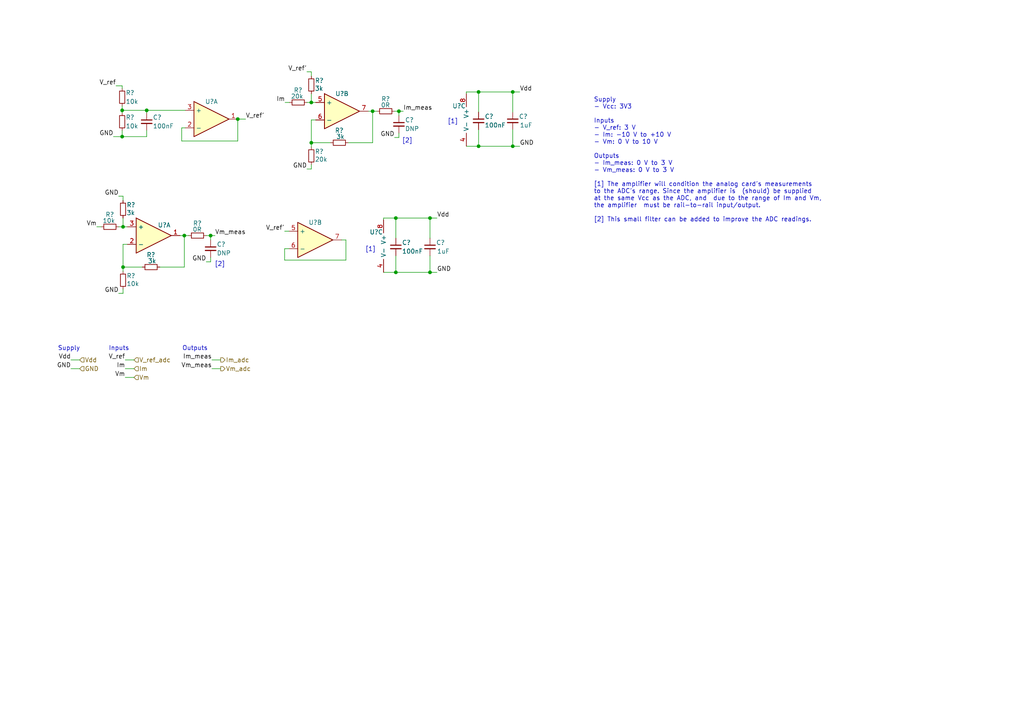
<source format=kicad_sch>
(kicad_sch (version 20211123) (generator eeschema)
  (paper "A4")
  (lib_symbols
    (symbol "Device:C_Small" (pin_numbers hide) (pin_names (offset 0.254) hide)
      (property "Reference" "C" (at 0.254 1.778 0))
      (property "Value" "C_Small" (at 0.254 -2.032 0))
      (symbol "C_Small_0_1"
        (polyline (pts (xy -1.524 -0.508) (xy 1.524 -0.508)) (stroke (width 0.3302)))
        (polyline (pts (xy -1.524 0.508) (xy 1.524 0.508)) (stroke (width 0.3048)))
      )
      (symbol "C_Small_1_1"
        (pin passive line (at 0 2.54 270) (length 2.032) (name "~") (number "1"))
        (pin passive line (at 0 -2.54 90) (length 2.032) (name "~") (number "2"))
      )
    )
    (symbol "Device:Opamp_Dual"
      (property "Reference" "U" (at 0 5.08 0))
      (property "Value" "Opamp_Dual" (at 0 -5.08 0))
      (symbol "Opamp_Dual_1_1"
        (polyline (pts (xy -5.08 5.08) (xy 5.08 0) (xy -5.08 -5.08) (xy -5.08 5.08)) (stroke (width 0.254)) (fill (type background)))
        (pin output line (at 7.62 0 180) (length 2.54) (name "~") (number "1"))
        (pin input line (at -7.62 -2.54 0) (length 2.54) (name "-") (number "2"))
        (pin input line (at -7.62 2.54 0) (length 2.54) (name "+") (number "3"))
      )
      (symbol "Opamp_Dual_2_1"
        (polyline (pts (xy -5.08 5.08) (xy 5.08 0) (xy -5.08 -5.08) (xy -5.08 5.08)) (stroke (width 0.254)) (fill (type background)))
        (pin input line (at -7.62 2.54 0) (length 2.54) (name "+") (number "5"))
        (pin input line (at -7.62 -2.54 0) (length 2.54) (name "-") (number "6"))
        (pin output line (at 7.62 0 180) (length 2.54) (name "~") (number "7"))
      )
      (symbol "Opamp_Dual_3_1"
        (pin power_in line (at -2.54 -7.62 90) (length 3.81) (name "V-") (number "4"))
        (pin power_in line (at -2.54 7.62 270) (length 3.81) (name "V+") (number "8"))
      )
    )
    (symbol "Device:R_Small" (pin_numbers hide) (pin_names (offset 0.254) hide)
      (property "Reference" "R" (at 0.762 0.508 0))
      (property "Value" "R_Small" (at 0.762 -1.016 0))
      (symbol "R_Small_0_1"
        (rectangle (start -0.762 1.778) (end 0.762 -1.778) (stroke (width 0.2032)))
      )
      (symbol "R_Small_1_1"
        (pin passive line (at 0 2.54 270) (length 0.762) (name "~") (number "1"))
        (pin passive line (at 0 -2.54 90) (length 0.762) (name "~") (number "2"))
      )
    )
  )
  (junction (at 108.077 32.258))
  (junction (at 114.808 63.246))
  (junction (at 115.697 32.258))
  (junction (at 90.297 41.402))
  (junction (at 53.467 68.326))
  (junction (at 138.811 26.67))
  (junction (at 90.297 29.718))
  (junction (at 61.087 68.326))
  (junction (at 35.687 65.786))
  (junction (at 114.808 78.994))
  (junction (at 124.714 78.994))
  (junction (at 148.717 26.67))
  (junction (at 68.961 34.544))
  (junction (at 148.717 42.418))
  (junction (at 35.433 39.624))
  (junction (at 35.687 77.47))
  (junction (at 138.811 42.418))
  (junction (at 35.433 32.004))
  (junction (at 124.714 63.246))
  (junction (at 42.545 32.004))
  (wire (pts (xy 114.808 78.994) (xy 111.252 78.994)))
  (wire (pts (xy 36.322 104.394) (xy 38.862 104.394)))
  (wire (pts (xy 89.027 20.828) (xy 90.297 20.828)))
  (wire (pts (xy 115.697 32.258) (xy 116.967 32.258)))
  (wire (pts (xy 20.574 104.394) (xy 23.114 104.394)))
  (wire (pts (xy 124.714 63.246) (xy 124.714 69.088)))
  (wire (pts (xy 52.705 40.894) (xy 68.961 40.894)))
  (wire (pts (xy 90.297 29.718) (xy 91.567 29.718)))
  (wire (pts (xy 61.087 68.326) (xy 62.357 68.326)))
  (wire (pts (xy 61.468 106.934) (xy 64.008 106.934)))
  (wire (pts (xy 41.275 77.47) (xy 35.687 77.47)))
  (wire (pts (xy 52.197 68.326) (xy 53.467 68.326)))
  (wire (pts (xy 148.717 37.592) (xy 148.717 42.418)))
  (wire (pts (xy 82.677 29.718) (xy 83.947 29.718)))
  (wire (pts (xy 148.717 42.418) (xy 138.811 42.418)))
  (wire (pts (xy 34.417 56.896) (xy 35.687 56.896)))
  (wire (pts (xy 138.811 26.67) (xy 148.717 26.67)))
  (wire (pts (xy 90.297 49.022) (xy 90.297 47.752)))
  (wire (pts (xy 82.55 75.438) (xy 100.33 75.438)))
  (wire (pts (xy 111.252 63.754) (xy 111.252 63.246)))
  (wire (pts (xy 34.417 85.09) (xy 35.687 85.09)))
  (wire (pts (xy 148.717 26.67) (xy 150.749 26.67)))
  (wire (pts (xy 59.817 75.946) (xy 61.087 75.946)))
  (wire (pts (xy 42.545 32.004) (xy 53.721 32.004)))
  (wire (pts (xy 95.885 41.402) (xy 90.297 41.402)))
  (wire (pts (xy 35.433 30.734) (xy 35.433 32.004)))
  (wire (pts (xy 36.322 109.474) (xy 38.862 109.474)))
  (wire (pts (xy 135.255 27.178) (xy 135.255 26.67)))
  (wire (pts (xy 35.433 32.004) (xy 35.433 32.766)))
  (wire (pts (xy 90.297 20.828) (xy 90.297 22.098)))
  (wire (pts (xy 124.714 74.168) (xy 124.714 78.994)))
  (wire (pts (xy 90.297 27.178) (xy 90.297 29.718)))
  (wire (pts (xy 68.961 40.894) (xy 68.961 34.544)))
  (wire (pts (xy 100.33 75.438) (xy 100.33 69.596)))
  (wire (pts (xy 108.077 41.402) (xy 100.965 41.402)))
  (wire (pts (xy 138.811 37.592) (xy 138.811 42.418)))
  (wire (pts (xy 52.705 37.084) (xy 53.721 37.084)))
  (wire (pts (xy 35.687 56.896) (xy 35.687 58.166)))
  (wire (pts (xy 89.027 29.718) (xy 90.297 29.718)))
  (wire (pts (xy 35.433 37.846) (xy 35.433 39.624)))
  (wire (pts (xy 114.808 63.246) (xy 124.714 63.246)))
  (wire (pts (xy 28.067 65.786) (xy 29.337 65.786)))
  (wire (pts (xy 42.545 37.846) (xy 42.545 39.624)))
  (wire (pts (xy 135.255 26.67) (xy 138.811 26.67)))
  (wire (pts (xy 114.427 39.878) (xy 115.697 39.878)))
  (wire (pts (xy 33.655 24.892) (xy 35.433 24.892)))
  (wire (pts (xy 114.808 63.246) (xy 114.808 69.088)))
  (wire (pts (xy 20.574 106.934) (xy 23.114 106.934)))
  (wire (pts (xy 100.33 69.596) (xy 99.06 69.596)))
  (wire (pts (xy 53.467 68.326) (xy 54.737 68.326)))
  (wire (pts (xy 124.714 78.994) (xy 126.746 78.994)))
  (wire (pts (xy 53.467 77.47) (xy 46.355 77.47)))
  (wire (pts (xy 42.545 32.004) (xy 42.545 32.766)))
  (wire (pts (xy 90.297 34.798) (xy 91.567 34.798)))
  (wire (pts (xy 138.811 26.67) (xy 138.811 32.512)))
  (wire (pts (xy 59.817 68.326) (xy 61.087 68.326)))
  (wire (pts (xy 61.468 104.394) (xy 64.008 104.394)))
  (wire (pts (xy 89.027 49.022) (xy 90.297 49.022)))
  (wire (pts (xy 90.297 41.402) (xy 90.297 42.672)))
  (wire (pts (xy 35.687 65.786) (xy 36.957 65.786)))
  (wire (pts (xy 114.808 74.168) (xy 114.808 78.994)))
  (wire (pts (xy 35.687 77.47) (xy 35.687 70.866)))
  (wire (pts (xy 52.705 40.894) (xy 52.705 37.084)))
  (wire (pts (xy 34.417 65.786) (xy 35.687 65.786)))
  (wire (pts (xy 108.077 32.258) (xy 109.347 32.258)))
  (wire (pts (xy 68.961 34.544) (xy 71.247 34.544)))
  (wire (pts (xy 90.297 41.402) (xy 90.297 34.798)))
  (wire (pts (xy 35.433 39.624) (xy 32.893 39.624)))
  (wire (pts (xy 35.687 63.246) (xy 35.687 65.786)))
  (wire (pts (xy 35.687 77.47) (xy 35.687 78.74)))
  (wire (pts (xy 124.714 78.994) (xy 114.808 78.994)))
  (wire (pts (xy 148.717 26.67) (xy 148.717 32.512)))
  (wire (pts (xy 35.687 70.866) (xy 36.957 70.866)))
  (wire (pts (xy 115.697 39.878) (xy 115.697 38.608)))
  (wire (pts (xy 108.077 32.258) (xy 108.077 41.402)))
  (wire (pts (xy 61.087 75.946) (xy 61.087 74.676)))
  (wire (pts (xy 115.697 32.258) (xy 115.697 33.528)))
  (wire (pts (xy 83.82 72.136) (xy 82.55 72.136)))
  (wire (pts (xy 111.252 63.246) (xy 114.808 63.246)))
  (wire (pts (xy 35.687 85.09) (xy 35.687 83.82)))
  (wire (pts (xy 148.717 42.418) (xy 150.749 42.418)))
  (wire (pts (xy 35.433 24.892) (xy 35.433 25.654)))
  (wire (pts (xy 35.433 39.624) (xy 42.545 39.624)))
  (wire (pts (xy 106.807 32.258) (xy 108.077 32.258)))
  (wire (pts (xy 138.811 42.418) (xy 135.255 42.418)))
  (wire (pts (xy 61.087 68.326) (xy 61.087 69.596)))
  (wire (pts (xy 53.467 68.326) (xy 53.467 77.47)))
  (wire (pts (xy 82.55 72.136) (xy 82.55 75.438)))
  (wire (pts (xy 35.433 32.004) (xy 42.545 32.004)))
  (wire (pts (xy 36.322 106.934) (xy 38.862 106.934)))
  (wire (pts (xy 124.714 63.246) (xy 126.746 63.246)))
  (wire (pts (xy 82.55 67.056) (xy 83.82 67.056)))
  (wire (pts (xy 114.427 32.258) (xy 115.697 32.258)))
  (text "[2]" (at 116.586 41.656 0) (effects (font (size 1.27 1.27)) (justify left bottom)))
  (text "Supply\n- Vcc: 3V3\n\nInputs\n- V_ref: 3 V\n- Im: -10 V to +10 V\n- Vm: 0 V to 10 V\n\nOutputs\n- Im_meas: 0 V to 3 V\n- Vm_meas: 0 V to 3 V\n\n[1] The amplifier will condition the analog card's measurements \nto the ADC's range. Since the amplifier is  (should) be supplied \nat the same Vcc as the ADC, and  due to the range of Im and Vm,\nthe amplifier  must be rail-to-rail input/output.\n\n[2] This small filter can be added to improve the ADC readings." (at 172.212 64.516 0) (effects (font (size 1.27 1.27)) (justify left bottom)))
  (text "[1]" (at 105.918 73.152 0) (effects (font (size 1.27 1.27)) (justify left bottom)))
  (text "[1]" (at 129.794 36.068 0) (effects (font (size 1.27 1.27)) (justify left bottom)))
  (text "Supply" (at 16.764 101.854 0) (effects (font (size 1.27 1.27)) (justify left bottom)))
  (text "Inputs" (at 31.496 101.854 0) (effects (font (size 1.27 1.27)) (justify left bottom)))
  (text "Outputs" (at 52.832 101.854 0) (effects (font (size 1.27 1.27)) (justify left bottom)))
  (text "[2]" (at 62.23 77.47 0) (effects (font (size 1.27 1.27)) (justify left bottom)))
  (label "GND" (at 32.893 39.624 180))
  (label "GND" (at 89.027 49.022 180))
  (label "Vm" (at 36.322 109.474 180))
  (label "V_ref" (at 33.655 24.892 180))
  (label "V_ref" (at 36.322 104.394 180))
  (label "Im" (at 36.322 106.934 180))
  (label "GND" (at 34.417 56.896 180))
  (label "Vm" (at 28.067 65.786 180))
  (label "GND" (at 114.427 39.878 180))
  (label "GND" (at 59.817 75.946 180))
  (label "V_ref'" (at 82.55 67.056 180))
  (label "GND" (at 20.574 106.934 180))
  (label "Vdd" (at 20.574 104.394 180))
  (label "V_ref'" (at 89.027 20.828 180))
  (label "Im" (at 82.677 29.718 180))
  (label "GND" (at 34.417 85.09 180))
  (label "Vdd" (at 150.749 26.67 0))
  (label "Im_meas" (at 116.967 32.258 0))
  (label "Vm_meas" (at 61.468 106.934 180))
  (label "GND" (at 126.746 78.994 0))
  (label "Vm_meas" (at 62.357 68.326 0))
  (label "GND" (at 150.749 42.418 0))
  (label "Im_meas" (at 61.468 104.394 180))
  (label "V_ref'" (at 71.247 34.544 0))
  (label "Vdd" (at 126.746 63.246 0))
  (hierarchical_label "Vdd" (shape input) (at 23.114 104.394 0))
  (hierarchical_label "Vm_adc" (shape output) (at 64.008 106.934 0))
  (hierarchical_label "Im_adc" (shape output) (at 64.008 104.394 0))
  (hierarchical_label "GND" (shape input) (at 23.114 106.934 0))
  (hierarchical_label "Im" (shape input) (at 38.862 106.934 0))
  (hierarchical_label "Vm" (shape input) (at 38.862 109.474 0))
  (hierarchical_label "V_ref_adc" (shape input) (at 38.862 104.394 0))
  (symbol (lib_id "Device:C_Small") (at 61.087 72.136 0) (unit 1)
    (property "Reference" "C?" (at 62.865 70.866 0) (effects (justify left)))
    (property "Value" "DNP" (at 62.865 73.406 0) (effects (justify left)))
    (property "Footprint" "Capacitor_SMD:C_0805_2012Metric" (effects hide))
  )
  (symbol (lib_id "Device:C_Small") (at 114.808 71.628 0) (unit 1)
    (property "Reference" "C?" (at 116.586 70.358 0) (effects (justify left)))
    (property "Value" "100nF" (at 116.586 72.898 0) (effects (justify left)))
    (property "Footprint" "Capacitor_SMD:C_0805_2012Metric" (effects hide))
  )
  (symbol (lib_id "Device:R_Small") (at 35.433 28.194 0) (unit 1)
    (property "Reference" "R?" (at 36.449 26.924 0) (effects (justify left)))
    (property "Value" "10k" (at 36.449 29.464 0) (effects (justify left)))
    (property "Footprint" "Resistor_SMD:R_0805_2012Metric" (effects hide))
  )
  (symbol (lib_id "Device:R_Small") (at 35.687 60.706 0) (unit 1)
    (property "Reference" "R?" (at 36.703 59.436 0) (effects (justify left)))
    (property "Value" "3k" (at 36.703 61.722 0) (effects (justify left)))
    (property "Footprint" "Resistor_SMD:R_0805_2012Metric" (effects hide))
  )
  (symbol (lib_id "Device:R_Small") (at 86.487 29.718 90) (mirror x) (unit 1)
    (property "Reference" "R?" (at 87.757 26.162 90) (effects (justify left)))
    (property "Value" "20k" (at 88.011 27.94 90) (effects (justify left)))
    (property "Footprint" "Resistor_SMD:R_0805_2012Metric" (effects hide))
  )
  (symbol (lib_id "Device:R_Small") (at 111.887 32.258 90) (mirror x) (unit 1)
    (property "Reference" "R?" (at 113.157 28.702 90) (effects (justify left)))
    (property "Value" "0R" (at 113.157 30.48 90) (effects (justify left)))
    (property "Footprint" "Resistor_SMD:R_0805_2012Metric" (effects hide))
  )
  (symbol (lib_id "Device:R_Small") (at 35.687 81.28 0) (unit 1)
    (property "Reference" "R?" (at 36.703 80.01 0) (effects (justify left)))
    (property "Value" "10k" (at 36.703 82.296 0) (effects (justify left)))
    (property "Footprint" "Resistor_SMD:R_0805_2012Metric" (effects hide))
  )
  (symbol (lib_id "Device:R_Small") (at 98.425 41.402 90) (mirror x) (unit 1)
    (property "Reference" "R?" (at 99.695 37.846 90) (effects (justify left)))
    (property "Value" "3k" (at 99.949 39.624 90) (effects (justify left)))
    (property "Footprint" "Resistor_SMD:R_0805_2012Metric" (effects hide))
  )
  (symbol (lib_id "Device:C_Small") (at 124.714 71.628 0) (unit 1)
    (property "Reference" "C?" (at 126.492 70.358 0) (effects (justify left)))
    (property "Value" "1uF" (at 126.746 72.898 0) (effects (justify left)))
    (property "Footprint" "Capacitor_SMD:C_0805_2012Metric" (effects hide))
  )
  (symbol (lib_id "Device:R_Small") (at 35.433 35.306 0) (unit 1)
    (property "Reference" "R?" (at 36.449 34.036 0) (effects (justify left)))
    (property "Value" "10k" (at 36.449 36.576 0) (effects (justify left)))
    (property "Footprint" "Resistor_SMD:R_0805_2012Metric" (effects hide))
  )
  (symbol (lib_id "Device:R_Small") (at 31.877 65.786 90) (mirror x) (unit 1)
    (property "Reference" "R?" (at 33.147 62.23 90) (effects (justify left)))
    (property "Value" "10k" (at 33.401 64.008 90) (effects (justify left)))
    (property "Footprint" "Resistor_SMD:R_0805_2012Metric" (effects hide))
  )
  (symbol (lib_id "Device:Opamp_Dual") (at 44.577 68.326 0) (unit 1)
    (property "Reference" "U?" (at 47.625 65.278 0))
    (property "Value" "Opamp_Dual" (effects hide))
  )
  (symbol (lib_id "Device:R_Small") (at 90.297 45.212 0) (unit 1)
    (property "Reference" "R?" (at 91.313 43.942 0) (effects (justify left)))
    (property "Value" "20k" (at 91.313 46.228 0) (effects (justify left)))
    (property "Footprint" "Resistor_SMD:R_0805_2012Metric" (effects hide))
  )
  (symbol (lib_id "Device:Opamp_Dual") (at 137.795 34.798 0) (unit 3)
    (property "Reference" "U?" (at 131.191 30.734 0) (effects (justify left)))
    (property "Value" "Opamp_Dual" (effects hide))
    (property "Footprint" "Package_SO:SOIC-8_3.9x4.9mm_P1.27mm" (effects hide))
  )
  (symbol (lib_id "Device:R_Small") (at 57.277 68.326 90) (mirror x) (unit 1)
    (property "Reference" "R?" (at 58.547 64.77 90) (effects (justify left)))
    (property "Value" "0R" (at 58.547 66.548 90) (effects (justify left)))
    (property "Footprint" "Resistor_SMD:R_0805_2012Metric" (effects hide))
  )
  (symbol (lib_id "Device:R_Small") (at 43.815 77.47 90) (mirror x) (unit 1)
    (property "Reference" "R?" (at 45.085 73.914 90) (effects (justify left)))
    (property "Value" "3k" (at 45.339 75.692 90) (effects (justify left)))
    (property "Footprint" "Resistor_SMD:R_0805_2012Metric" (effects hide))
  )
  (symbol (lib_id "Device:Opamp_Dual") (at 99.187 32.258 0) (unit 2)
    (property "Reference" "U?" (at 99.187 27.178 0))
    (property "Value" "Opamp_Dual" (effects hide))
    (property "Footprint" "Package_SO:SOIC-8_3.9x4.9mm_P1.27mm" (effects hide))
  )
  (symbol (lib_id "Device:C_Small") (at 42.545 35.306 0) (unit 1)
    (property "Reference" "C?" (at 44.323 34.036 0) (effects (justify left)))
    (property "Value" "100nF" (at 44.323 36.576 0) (effects (justify left)))
    (property "Footprint" "Capacitor_SMD:C_0805_2012Metric" (effects hide))
  )
  (symbol (lib_id "Device:R_Small") (at 90.297 24.638 0) (unit 1)
    (property "Reference" "R?" (at 91.313 23.368 0) (effects (justify left)))
    (property "Value" "3k" (at 91.313 25.654 0) (effects (justify left)))
    (property "Footprint" "Resistor_SMD:R_0805_2012Metric" (effects hide))
  )
  (symbol (lib_id "Device:Opamp_Dual") (at 113.792 71.374 0) (unit 3)
    (property "Reference" "U?" (at 107.188 67.31 0) (effects (justify left)))
    (property "Value" "Opamp_Dual" (effects hide))
    (property "Footprint" "Package_SO:SOIC-8_3.9x4.9mm_P1.27mm" (effects hide))
  )
  (symbol (lib_id "Device:C_Small") (at 115.697 36.068 0) (unit 1)
    (property "Reference" "C?" (at 117.475 34.798 0) (effects (justify left)))
    (property "Value" "DNP" (at 117.475 37.338 0) (effects (justify left)))
    (property "Footprint" "Capacitor_SMD:C_0805_2012Metric" (effects hide))
  )
  (symbol (lib_id "Device:C_Small") (at 148.717 35.052 0) (unit 1)
    (property "Reference" "C?" (at 150.495 33.782 0) (effects (justify left)))
    (property "Value" "1uF" (at 150.749 36.322 0) (effects (justify left)))
    (property "Footprint" "Capacitor_SMD:C_0805_2012Metric" (effects hide))
  )
  (symbol (lib_id "Device:Opamp_Dual") (at 61.341 34.544 0) (unit 1)
    (property "Reference" "U?" (at 61.341 29.464 0))
    (property "Value" "Opamp_Dual" (effects hide))
    (property "Footprint" "Package_SO:SOIC-8_3.9x4.9mm_P1.27mm" (effects hide))
  )
  (symbol (lib_id "Device:C_Small") (at 138.811 35.052 0) (unit 1)
    (property "Reference" "C?" (at 140.589 33.782 0) (effects (justify left)))
    (property "Value" "100nF" (at 140.589 36.322 0) (effects (justify left)))
    (property "Footprint" "Capacitor_SMD:C_0805_2012Metric" (effects hide))
  )
  (symbol (lib_id "Device:Opamp_Dual") (at 91.44 69.596 0) (unit 2)
    (property "Reference" "U?" (at 91.44 64.516 0))
    (property "Value" "Opamp_Dual" (effects hide))
  )
)
</source>
